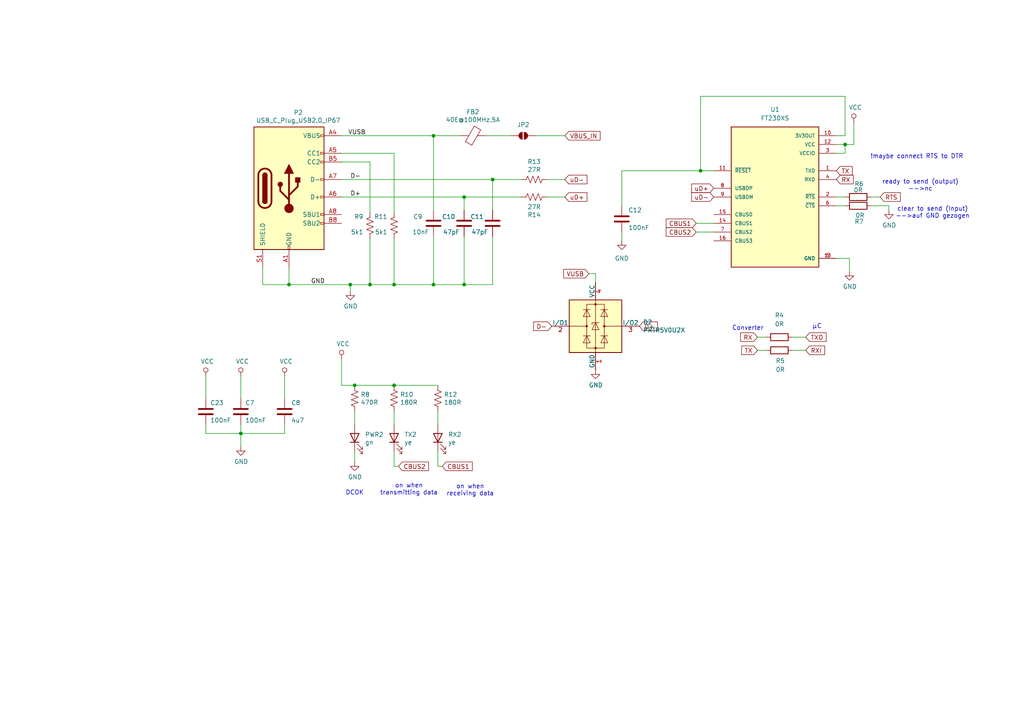
<source format=kicad_sch>
(kicad_sch (version 20250114) (generator "eeschema") (generator_version "9.0")
  (paper "A4")
  (lib_symbols
    (symbol "Device:C" (pin_numbers (hide yes)) (pin_names (offset 0.254))
      (property "Reference" "C" (at 0.635 2.54 0))
      (property "Value" "C" (at 0.635 -2.54 0))
      (symbol "C_0_1"
        (polyline (pts (xy -2.032 0.762) (xy 2.032 0.762)) (stroke (width 0.508)))
        (polyline (pts (xy -2.032 -0.762) (xy 2.032 -0.762)) (stroke (width 0.508)))
      )
      (symbol "C_1_1"
        (pin passive line (at 0 3.81 270) (length 2.794) (name "~") (number "1"))
        (pin passive line (at 0 -3.81 90) (length 2.794) (name "~") (number "2"))
      )
    )
    (symbol "Device:LED" (pin_numbers (hide yes)) (pin_names (offset 1.016) (hide yes))
      (property "Reference" "D" (at 0 2.54 0))
      (property "Value" "LED" (at 0 -2.54 0))
      (symbol "LED_0_1"
        (polyline (pts (xy -3.048 -0.762) (xy -4.572 -2.286) (xy -3.81 -2.286) (xy -4.572 -2.286) (xy -4.572 -1.524)))
        (polyline (pts (xy -1.778 -0.762) (xy -3.302 -2.286) (xy -2.54 -2.286) (xy -3.302 -2.286) (xy -3.302 -1.524)))
        (polyline (pts (xy -1.27 0) (xy 1.27 0)))
        (polyline (pts (xy -1.27 -1.27) (xy -1.27 1.27)) (stroke (width 0.254)))
        (polyline (pts (xy 1.27 -1.27) (xy 1.27 1.27) (xy -1.27 0) (xy 1.27 -1.27)) (stroke (width 0.254)))
      )
      (symbol "LED_1_1"
        (pin passive line (at -3.81 0 0) (length 2.54) (name "K") (number "1"))
        (pin passive line (at 3.81 0 180) (length 2.54) (name "A") (number "2"))
      )
    )
    (symbol "Device:R" (pin_numbers (hide yes)) (pin_names (offset 0))
      (property "Reference" "R" (at 2.032 0 90))
      (property "Value" "R" (at 0 0 90))
      (symbol "R_0_1"
        (rectangle (start -1.016 -2.54) (end 1.016 2.54) (stroke (width 0.254)))
      )
      (symbol "R_1_1"
        (pin passive line (at 0 3.81 270) (length 1.27) (name "~") (number "1"))
        (pin passive line (at 0 -3.81 90) (length 1.27) (name "~") (number "2"))
      )
    )
    (symbol "Device:R_US" (pin_numbers (hide yes)) (pin_names (offset 0))
      (property "Reference" "R" (at 2.54 0 90))
      (property "Value" "R_US" (at -2.54 0 90))
      (symbol "R_US_0_1"
        (polyline (pts (xy 0 2.286) (xy 0 2.54)))
        (polyline (pts (xy 0 2.286) (xy 1.016 1.905) (xy 0 1.524) (xy -1.016 1.143) (xy 0 0.762)))
        (polyline (pts (xy 0 0.762) (xy 1.016 0.381) (xy 0 0) (xy -1.016 -0.381) (xy 0 -0.762)))
        (polyline (pts (xy 0 -0.762) (xy 1.016 -1.143) (xy 0 -1.524) (xy -1.016 -1.905) (xy 0 -2.286)))
        (polyline (pts (xy 0 -2.286) (xy 0 -2.54)))
      )
      (symbol "R_US_1_1"
        (pin passive line (at 0 3.81 270) (length 1.27) (name "~") (number "1"))
        (pin passive line (at 0 -3.81 90) (length 1.27) (name "~") (number "2"))
      )
    )
    (symbol "FT230V2-rescue:Ferrite_Bead-Device" (pin_numbers (hide yes)) (pin_names (offset 0))
      (property "Reference" "FB" (at -3.81 0.635 90))
      (property "Value" "Device_Ferrite_Bead" (at 3.81 0 90))
      (symbol "Ferrite_Bead-Device_0_1"
        (polyline (pts (xy -2.7686 0.4064) (xy -1.7018 2.2606) (xy 2.7686 -0.3048) (xy 1.6764 -2.159) (xy -2.7686 0.4064)))
        (polyline (pts (xy 0 1.27) (xy 0 1.2954)))
        (polyline (pts (xy 0 -1.27) (xy 0 -1.2192)))
      )
      (symbol "Ferrite_Bead-Device_1_1"
        (pin passive line (at 0 3.81 270) (length 2.54) (name "~") (number "1"))
        (pin passive line (at 0 -3.81 90) (length 2.54) (name "~") (number "2"))
      )
    )
    (symbol "FT230V2-rescue:GND-power" (power) (pin_names (offset 0))
      (property "Value" "power_GND" (at 0 -3.81 0))
      (symbol "GND-power_0_1"
        (polyline (pts (xy 0 0) (xy 0 -1.27) (xy 1.27 -1.27) (xy 0 -2.54) (xy -1.27 -1.27) (xy 0 -1.27)))
      )
      (symbol "GND-power_1_1"
        (pin power_in line (at 0 0 270) (length 0) (hide yes) (name "GND") (number "1"))
      )
    )
    (symbol "FT230V2-rescue:USB_C_Plug_USB2.0-SirBoard_Library" (pin_names (offset 1.016))
      (property "Reference" "P" (at -10.16 19.05 0))
      (property "Value" "SirBoard_Library_USB_C_Plug_USB2.0" (at 12.7 19.05 0))
      (property "Description" "C165948" (at 0 0 0))
      (symbol "USB_C_Plug_USB2.0-SirBoard_Library_0_0"
        (rectangle (start -0.254 -17.78) (end 0.254 -16.764))
        (rectangle (start 10.16 15.494) (end 9.144 14.986))
        (rectangle (start 10.16 10.414) (end 9.144 9.906))
        (rectangle (start 10.16 7.874) (end 9.144 7.366))
        (rectangle (start 10.16 2.794) (end 9.144 2.286))
        (rectangle (start 10.16 -2.286) (end 9.144 -2.794))
      )
      (symbol "USB_C_Plug_USB2.0-SirBoard_Library_0_1"
        (rectangle (start -10.16 17.78) (end 10.16 -17.78) (stroke (width 0.254)) (fill (type background)))
        (polyline (pts (xy -8.89 -3.81) (xy -8.89 3.81)) (stroke (width 0.508)))
        (rectangle (start -7.62 -3.81) (end -6.35 3.81) (stroke (width 0.254)) (fill (type outline)))
        (arc (start -8.89 3.81) (mid -6.985 5.715) (end -5.08 3.81) (stroke (width 0.508)))
        (arc (start -7.62 3.81) (mid -6.985 4.445) (end -6.35 3.81) (stroke (width 0.254)))
        (arc (start -7.62 3.81) (mid -6.985 4.445) (end -6.35 3.81) (stroke (width 0.254)) (fill (type outline)))
        (arc (start -6.35 -3.81) (mid -6.985 -4.445) (end -7.62 -3.81) (stroke (width 0.254)))
        (arc (start -6.35 -3.81) (mid -6.985 -4.445) (end -7.62 -3.81) (stroke (width 0.254)) (fill (type outline)))
        (arc (start -5.08 -3.81) (mid -6.985 -5.715) (end -8.89 -3.81) (stroke (width 0.508)))
        (polyline (pts (xy -5.08 3.81) (xy -5.08 -3.81)) (stroke (width 0.508)))
        (circle (center -2.54 1.143) (radius 0.635) (stroke (width 0.254)) (fill (type outline)))
        (polyline (pts (xy -1.27 4.318) (xy 0 6.858) (xy 1.27 4.318) (xy -1.27 4.318)) (stroke (width 0.254)) (fill (type outline)))
        (polyline (pts (xy 0 -2.032) (xy 2.54 0.508) (xy 2.54 1.778)) (stroke (width 0.508)))
        (polyline (pts (xy 0 -3.302) (xy -2.54 -0.762) (xy -2.54 0.508)) (stroke (width 0.508)))
        (polyline (pts (xy 0 -5.842) (xy 0 4.318)) (stroke (width 0.508)))
        (circle (center 0 -5.842) (radius 1.27) (fill (type outline)))
        (rectangle (start 1.905 1.778) (end 3.175 3.048) (stroke (width 0.254)) (fill (type outline)))
      )
      (symbol "USB_C_Plug_USB2.0-SirBoard_Library_1_1"
        (rectangle (start 10.16 -7.366) (end 9.144 -7.874))
        (rectangle (start 10.16 -9.906) (end 9.144 -10.414))
        (pin passive line (at -7.62 -22.86 90) (length 5.08) (name "SHIELD") (number "S1"))
        (pin power_in line (at 0 -22.86 90) (length 5.08) (name "GND") (number "A1"))
        (pin power_in line (at 15.24 15.24 180) (length 5.08) (name "VBUS") (number "A4"))
        (pin bidirectional line (at 15.24 10.16 180) (length 5.08) (name "CC1") (number "A5"))
        (pin bidirectional line (at 15.24 7.62 180) (length 5.08) (name "CC2") (number "B5"))
        (pin bidirectional line (at 15.24 2.54 180) (length 5.08) (name "D-") (number "A7"))
        (pin bidirectional line (at 15.24 2.54 180) (length 5.08) (hide yes) (name "D-") (number "B7"))
        (pin bidirectional line (at 15.24 -2.54 180) (length 5.08) (name "D+") (number "A6"))
        (pin bidirectional line (at 15.24 -2.54 180) (length 5.08) (hide yes) (name "D+") (number "B6"))
        (pin bidirectional line (at 15.24 -7.62 180) (length 5.08) (name "SBU1") (number "A8"))
        (pin bidirectional line (at 15.24 -10.16 180) (length 5.08) (name "SBU2") (number "B8"))
      )
    )
    (symbol "FT230V2-rescue:VCC-power" (power) (pin_names (offset 0))
      (property "Value" "power_VCC" (at 0 3.81 0))
      (symbol "VCC-power_0_1"
        (circle (center 0 1.905) (radius 0.635))
        (polyline (pts (xy 0 0) (xy 0 1.27)))
      )
      (symbol "VCC-power_1_1"
        (pin power_in line (at 0 0 90) (length 0) (hide yes) (name "VCC") (number "1"))
      )
    )
    (symbol "FT230XS:FT230XS" (pin_names (offset 1.016))
      (property "Reference" "U" (at -12.7 21.082 0))
      (property "Value" "FT230XS" (at -12.7 -22.86 0))
      (symbol "FT230XS_0_0"
        (rectangle (start -12.7 -20.32) (end 12.7 20.32) (stroke (width 0.254)) (fill (type background)))
        (pin input line (at -17.78 7.62 0) (length 5.08) (name "~{RESET}") (number "11"))
        (pin input line (at -17.78 2.54 0) (length 5.08) (name "USBDP") (number "8"))
        (pin input line (at -17.78 0 0) (length 5.08) (name "USBDM") (number "9"))
        (pin bidirectional line (at -17.78 -5.08 0) (length 5.08) (name "CBUS0") (number "15"))
        (pin bidirectional line (at -17.78 -7.62 0) (length 5.08) (name "CBUS1") (number "14"))
        (pin bidirectional line (at -17.78 -10.16 0) (length 5.08) (name "CBUS2") (number "7"))
        (pin bidirectional line (at -17.78 -12.7 0) (length 5.08) (name "CBUS3") (number "16"))
        (pin power_in line (at 17.78 17.78 180) (length 5.08) (name "3V3OUT") (number "10"))
        (pin power_in line (at 17.78 15.24 180) (length 5.08) (name "VCC") (number "12"))
        (pin power_in line (at 17.78 12.7 180) (length 5.08) (name "VCCIO") (number "3"))
        (pin output line (at 17.78 7.62 180) (length 5.08) (name "TXD") (number "1"))
        (pin input line (at 17.78 5.08 180) (length 5.08) (name "RXD") (number "4"))
        (pin output line (at 17.78 0 180) (length 5.08) (name "~{RTS}") (number "2"))
        (pin input line (at 17.78 -2.54 180) (length 5.08) (name "~{CTS}") (number "6"))
        (pin power_in line (at 17.78 -17.78 180) (length 5.08) (name "GND") (number "13"))
        (pin power_in line (at 17.78 -17.78 180) (length 5.08) (name "GND") (number "5"))
      )
    )
    (symbol "Jumper:SolderJumper_2_Open" (pin_numbers (hide yes)) (pin_names (offset 0) (hide yes)) (exclude_from_sim yes) (in_bom no)
      (property "Reference" "JP" (at 0 2.032 0))
      (property "Value" "SolderJumper_2_Open" (at 0 -2.54 0))
      (symbol "SolderJumper_2_Open_0_1"
        (polyline (pts (xy -0.254 1.016) (xy -0.254 -1.016)))
        (arc (start -0.254 -1.016) (mid -1.2656 0) (end -0.254 1.016))
        (arc (start -0.254 -1.016) (mid -1.2656 0) (end -0.254 1.016) (fill (type outline)))
        (arc (start 0.254 1.016) (mid 1.2656 0) (end 0.254 -1.016))
        (arc (start 0.254 1.016) (mid 1.2656 0) (end 0.254 -1.016) (fill (type outline)))
        (polyline (pts (xy 0.254 1.016) (xy 0.254 -1.016)))
      )
      (symbol "SolderJumper_2_Open_1_1"
        (pin passive line (at -3.81 0 0) (length 2.54) (name "A") (number "1"))
        (pin passive line (at 3.81 0 180) (length 2.54) (name "B") (number "2"))
      )
    )
    (symbol "Power_Protection:PRTR5V0U2X" (pin_names (offset 0))
      (property "Reference" "D" (at 2.794 8.636 0))
      (property "Value" "PRTR5V0U2X" (at 8.128 -9.398 0))
      (symbol "PRTR5V0U2X_0_1"
        (rectangle (start -7.62 -7.62) (end 7.62 7.62) (stroke (width 0.254)) (fill (type background)))
        (polyline (pts (xy -3.556 2.794) (xy -1.524 2.794) (xy -2.54 4.826) (xy -3.556 2.794)))
        (polyline (pts (xy -3.556 -4.826) (xy -1.524 -4.826) (xy -2.54 -2.794) (xy -3.556 -4.826)))
        (rectangle (start -2.54 6.35) (end 2.54 -6.35))
        (circle (center -2.54 0) (radius 0.254) (fill (type outline)))
        (polyline (pts (xy -2.54 0) (xy -7.62 0)))
        (polyline (pts (xy -1.524 4.826) (xy -3.556 4.826)))
        (polyline (pts (xy -1.524 -2.794) (xy -3.556 -2.794)))
        (polyline (pts (xy -1.016 -1.016) (xy 1.016 -1.016) (xy 0 1.016) (xy -1.016 -1.016)))
        (circle (center 0 6.35) (radius 0.254) (fill (type outline)))
        (circle (center 0 -6.35) (radius 0.254) (fill (type outline)))
        (polyline (pts (xy 0 -7.62) (xy 0 7.62)))
        (polyline (pts (xy 1.016 1.016) (xy -1.016 1.016) (xy -1.016 0.508)))
        (polyline (pts (xy 1.524 4.826) (xy 3.556 4.826)))
        (polyline (pts (xy 1.524 -2.794) (xy 3.556 -2.794)))
        (polyline (pts (xy 2.54 0) (xy 7.62 0)))
        (circle (center 2.54 0) (radius 0.254) (fill (type outline)))
        (polyline (pts (xy 3.556 2.794) (xy 1.524 2.794) (xy 2.54 4.826) (xy 3.556 2.794)))
        (polyline (pts (xy 3.556 -4.826) (xy 1.524 -4.826) (xy 2.54 -2.794) (xy 3.556 -4.826)))
      )
      (symbol "PRTR5V0U2X_1_1"
        (pin passive line (at -12.7 0 0) (length 5.08) (name "I/O1") (number "2"))
        (pin passive line (at 0 12.7 270) (length 5.08) (name "VCC") (number "4"))
        (pin passive line (at 0 -12.7 90) (length 5.08) (name "GND") (number "1"))
        (pin passive line (at 12.7 0 180) (length 5.08) (name "I/O2") (number "3"))
      )
    )
    (symbol "power:GND" (power) (pin_numbers (hide yes)) (pin_names (offset 0) (hide yes))
      (property "Value" "GND" (at 0 -3.81 0))
      (symbol "GND_0_1"
        (polyline (pts (xy 0 0) (xy 0 -1.27) (xy 1.27 -1.27) (xy 0 -2.54) (xy -1.27 -1.27) (xy 0 -1.27)))
      )
      (symbol "GND_1_1"
        (pin power_in line (at 0 0 270) (length 0) (name "~") (number "1"))
      )
    )
  )
  (text "µC\n" (at 236.982 94.742 0) (effects (font (size 1.27 1.27))))
  (text "on when\nreceiving data\n\n" (at 136.398 143.256 0) (effects (font (size 1.27 1.27))))
  (text "DCOK" (at 102.87 143.002 0) (effects (font (size 1.27 1.27))))
  (text "ready to send (output)\n-->nc\n\n" (at 266.954 54.864 0) (effects (font (size 1.27 1.27))))
  (text "on when\ntransmitting data\n\n" (at 118.618 143.002 0) (effects (font (size 1.27 1.27))))
  (text "Converter" (at 216.916 95.25 0) (effects (font (size 1.27 1.27))))
  (text "clear to send (Input)\n-->auf GND gezogen" (at 270.51 61.722 0) (effects (font (size 1.27 1.27))))
  (text "!maybe connect RTS to DTR" (at 265.938 45.466 0) (effects (font (size 1.27 1.27))))
  (junction (at 125.73 82.55))
  (junction (at 69.85 125.73))
  (junction (at 114.3 111.76))
  (junction (at 114.3 82.55))
  (junction (at 107.315 82.55))
  (junction (at 134.62 57.15))
  (junction (at 134.62 82.55))
  (junction (at 83.82 82.55))
  (junction (at 101.6 82.55))
  (junction (at 203.2 49.53))
  (junction (at 102.87 111.76))
  (junction (at 142.875 52.07))
  (junction (at 125.73 39.37))
  (junction (at 245.11 41.91))
  (no_connect (at 102.87 -34.29))
  (no_connect (at 90.17 -29.21))
  (wire (pts (xy 201.93 64.77) (xy 207.01 64.77)))
  (wire (pts (xy 134.62 68.58) (xy 134.62 82.55)))
  (wire (pts (xy 134.62 57.15) (xy 134.62 60.96)))
  (wire (pts (xy 99.06 39.37) (xy 125.73 39.37)))
  (wire (pts (xy 180.34 49.53) (xy 180.34 59.69)))
  (wire (pts (xy 207.01 49.53) (xy 203.2 49.53)))
  (wire (pts (xy 69.85 125.73) (xy 69.85 129.54)))
  (wire (pts (xy 99.06 52.07) (xy 142.875 52.07)))
  (wire (pts (xy 142.875 52.07) (xy 142.875 60.96)))
  (wire (pts (xy 125.73 68.58) (xy 125.73 82.55)))
  (wire (pts (xy 242.57 74.93) (xy 246.38 74.93)))
  (wire (pts (xy 245.11 41.91) (xy 245.11 44.45)))
  (wire (pts (xy 242.57 39.37) (xy 245.11 39.37)))
  (wire (pts (xy 59.69 123.19) (xy 59.69 125.73)))
  (wire (pts (xy 59.69 125.73) (xy 69.85 125.73)))
  (wire (pts (xy 242.57 59.69) (xy 245.11 59.69)))
  (wire (pts (xy 242.57 57.15) (xy 245.11 57.15)))
  (wire (pts (xy 83.82 77.47) (xy 83.82 82.55)))
  (wire (pts (xy 114.3 82.55) (xy 125.73 82.55)))
  (wire (pts (xy 242.57 41.91) (xy 245.11 41.91)))
  (wire (pts (xy 151.13 52.07) (xy 142.875 52.07)))
  (wire (pts (xy 114.3 119.38) (xy 114.3 123.19)))
  (wire (pts (xy 247.65 35.56) (xy 247.65 41.91)))
  (wire (pts (xy 69.85 109.22) (xy 69.85 115.57)))
  (wire (pts (xy 99.06 111.76) (xy 102.87 111.76)))
  (wire (pts (xy 102.87 111.76) (xy 114.3 111.76)))
  (wire (pts (xy 82.55 109.22) (xy 82.55 115.57)))
  (wire (pts (xy 125.73 82.55) (xy 134.62 82.55)))
  (wire (pts (xy 180.34 67.31) (xy 180.34 69.85)))
  (wire (pts (xy 180.34 49.53) (xy 203.2 49.53)))
  (wire (pts (xy 219.71 97.79) (xy 222.25 97.79)))
  (wire (pts (xy 102.87 119.38) (xy 102.87 123.19)))
  (wire (pts (xy 245.11 41.91) (xy 247.65 41.91)))
  (wire (pts (xy 102.87 130.81) (xy 102.87 133.985)))
  (wire (pts (xy 69.85 125.73) (xy 82.55 125.73)))
  (wire (pts (xy 114.3 135.255) (xy 115.57 135.255)))
  (wire (pts (xy 252.73 59.69) (xy 257.81 59.69)))
  (wire (pts (xy 76.2 82.55) (xy 83.82 82.55)))
  (wire (pts (xy 158.75 52.07) (xy 163.83 52.07)))
  (wire (pts (xy 69.85 123.19) (xy 69.85 125.73)))
  (wire (pts (xy 163.83 57.15) (xy 158.75 57.15)))
  (wire (pts (xy 99.06 44.45) (xy 114.3 44.45)))
  (wire (pts (xy 127 130.81) (xy 127 135.255)))
  (wire (pts (xy 107.315 82.55) (xy 114.3 82.55)))
  (wire (pts (xy 101.6 84.455) (xy 101.6 82.55)))
  (wire (pts (xy 127 135.255) (xy 128.27 135.255)))
  (wire (pts (xy 101.6 82.55) (xy 107.315 82.55)))
  (wire (pts (xy 59.69 109.22) (xy 59.69 115.57)))
  (wire (pts (xy 257.81 60.96) (xy 257.81 59.69)))
  (wire (pts (xy 163.83 39.37) (xy 155.575 39.37)))
  (wire (pts (xy 252.73 57.15) (xy 255.27 57.15)))
  (wire (pts (xy 203.2 27.94) (xy 245.11 27.94)))
  (wire (pts (xy 229.87 101.6) (xy 233.68 101.6)))
  (wire (pts (xy 242.57 44.45) (xy 245.11 44.45)))
  (wire (pts (xy 245.11 27.94) (xy 245.11 39.37)))
  (wire (pts (xy 114.3 111.76) (xy 127 111.76)))
  (wire (pts (xy 172.72 79.375) (xy 172.72 81.915)))
  (wire (pts (xy 99.06 46.99) (xy 107.315 46.99)))
  (wire (pts (xy 133.35 39.37) (xy 125.73 39.37)))
  (wire (pts (xy 83.82 82.55) (xy 101.6 82.55)))
  (wire (pts (xy 201.93 67.31) (xy 207.01 67.31)))
  (wire (pts (xy 246.38 78.74) (xy 246.38 74.93)))
  (wire (pts (xy 125.73 60.96) (xy 125.73 39.37)))
  (wire (pts (xy 170.815 79.375) (xy 172.72 79.375)))
  (wire (pts (xy 229.87 97.79) (xy 233.68 97.79)))
  (wire (pts (xy 107.315 46.99) (xy 107.315 61.595)))
  (wire (pts (xy 114.3 44.45) (xy 114.3 61.595)))
  (wire (pts (xy 82.55 123.19) (xy 82.55 125.73)))
  (wire (pts (xy 99.06 57.15) (xy 134.62 57.15)))
  (wire (pts (xy 151.13 57.15) (xy 134.62 57.15)))
  (wire (pts (xy 99.06 104.14) (xy 99.06 111.76)))
  (wire (pts (xy 76.2 77.47) (xy 76.2 82.55)))
  (wire (pts (xy 219.71 101.6) (xy 222.25 101.6)))
  (wire (pts (xy 134.62 82.55) (xy 142.875 82.55)))
  (wire (pts (xy 127 119.38) (xy 127 123.19)))
  (wire (pts (xy 203.2 27.94) (xy 203.2 49.53)))
  (wire (pts (xy 114.3 69.215) (xy 114.3 82.55)))
  (wire (pts (xy 114.3 130.81) (xy 114.3 135.255)))
  (wire (pts (xy 142.875 82.55) (xy 142.875 68.58)))
  (wire (pts (xy 140.97 39.37) (xy 147.955 39.37)))
  (wire (pts (xy 107.315 69.215) (xy 107.315 82.55)))
  (label "D-" (at 101.6 52.07 0))
  (label "D+" (at 101.6 57.15 0))
  (label "VUSB" (at 100.965 39.37 0))
  (label "GND" (at 90.17 82.55 0))
  (global_label "CBUS1" (shape input) (at 201.93 64.77 180) (property "Intersheetrefs" "${INTERSHEET_REFS}" (effects (hide yes))))
  (global_label "uD-" (shape input) (at 207.01 57.15 180) (property "Intersheetrefs" "${INTERSHEET_REFS}" (effects (hide yes))))
  (global_label "RXI" (shape input) (at 233.68 101.6 0) (property "Intersheetrefs" "${INTERSHEET_REFS}" (effects (hide yes))))
  (global_label "CBUS2" (shape input) (at 115.57 135.255 0) (property "Intersheetrefs" "${INTERSHEET_REFS}" (effects (hide yes))))
  (global_label "D+" (shape input) (at 185.42 94.615 0) (property "Intersheetrefs" "${INTERSHEET_REFS}" (effects (hide yes))))
  (global_label "TXO" (shape input) (at 233.68 97.79 0) (property "Intersheetrefs" "${INTERSHEET_REFS}" (effects (hide yes))))
  (global_label "RX" (shape input) (at 219.71 97.79 180) (property "Intersheetrefs" "${INTERSHEET_REFS}" (effects (hide yes))))
  (global_label "CBUS2" (shape input) (at 201.93 67.31 180) (property "Intersheetrefs" "${INTERSHEET_REFS}" (effects (hide yes))))
  (global_label "uD+" (shape input) (at 207.01 54.61 180) (property "Intersheetrefs" "${INTERSHEET_REFS}" (effects (hide yes))))
  (global_label "D-" (shape input) (at 160.02 94.615 180) (property "Intersheetrefs" "${INTERSHEET_REFS}" (effects (hide yes))))
  (global_label "RTS" (shape input) (at 255.27 57.15 0) (property "Intersheetrefs" "${INTERSHEET_REFS}" (effects (hide yes))))
  (global_label "VUSB" (shape input) (at 170.815 79.375 180) (property "Intersheetrefs" "${INTERSHEET_REFS}" (effects (hide yes))))
  (global_label "TX" (shape input) (at 242.57 49.53 0) (property "Intersheetrefs" "${INTERSHEET_REFS}" (effects (hide yes))))
  (global_label "TX" (shape input) (at 219.71 101.6 180) (property "Intersheetrefs" "${INTERSHEET_REFS}" (effects (hide yes))))
  (global_label "CBUS1" (shape input) (at 128.27 135.255 0) (property "Intersheetrefs" "${INTERSHEET_REFS}" (effects (hide yes))))
  (global_label "RX" (shape input) (at 242.57 52.07 0) (property "Intersheetrefs" "${INTERSHEET_REFS}" (effects (hide yes))))
  (global_label "uD-" (shape input) (at 163.83 52.07 0) (property "Intersheetrefs" "${INTERSHEET_REFS}" (effects (hide yes))))
  (global_label "uD+" (shape input) (at 163.83 57.15 0) (property "Intersheetrefs" "${INTERSHEET_REFS}" (effects (hide yes))))
  (global_label "VBUS_IN" (shape input) (at 163.83 39.37 0) (property "Intersheetrefs" "${INTERSHEET_REFS}" (effects (hide yes))))
  (symbol (lib_id "Device:C") (at 180.34 63.5 0) (unit 1)
    (property "Reference" "C12" (at 182.245 60.96 0) (effects (justify left)))
    (property "Value" "100nF" (at 182.245 66.04 0) (effects (justify left)))
    (property "Footprint" "Capacitor_SMD:C_0603_1608Metric" (effects (hide yes)))
    (property "Part" "C42998" (effects (hide yes)))
  )
  (symbol (lib_id "FT230V2-rescue:GND-power") (at 246.38 78.74 0) (unit 1)
    (property "Reference" "#PWR0113" (effects (hide yes)))
    (property "Value" "GND" (at 246.4816 83.1088 0))
  )
  (symbol (lib_id "Device:LED") (at 102.87 127 90) (unit 1)
    (property "Reference" "PWR2" (at 105.8418 126.0348 90) (effects (justify right)))
    (property "Value" "gn" (at 105.8418 128.3208 90) (effects (justify right)))
    (property "Footprint" "LED_SMD:LED_0603_1608Metric" (effects (hide yes)))
    (property "LCSC PN" "C19171301" (effects (hide yes)))
  )
  (symbol (lib_id "Device:R_US") (at 114.3 115.57 0) (unit 1)
    (property "Reference" "R10" (at 116.0272 114.427 0) (effects (justify left)))
    (property "Value" "180R" (at 116.0272 116.713 0) (effects (justify left)))
    (property "Footprint" "Resistor_SMD:R_0603_1608Metric" (effects (hide yes)))
    (property "Part" "C25585" (effects (hide yes)))
  )
  (symbol (lib_id "Device:LED") (at 114.3 127 90) (unit 1)
    (property "Reference" "TX2" (at 117.2718 126.0348 90) (effects (justify right)))
    (property "Value" "ye" (at 117.2718 128.3208 90) (effects (justify right)))
    (property "Footprint" "LED_SMD:LED_0603_1608Metric" (effects (hide yes)))
    (property "LCSC PN" "C965802" (effects (hide yes)))
  )
  (symbol (lib_id "Device:R_US") (at 154.94 52.07 90) (unit 1)
    (property "Reference" "R13" (at 154.94 46.9138 90))
    (property "Value" "27R" (at 154.94 49.1998 90))
    (property "Footprint" "Resistor_SMD:R_0603_1608Metric" (effects (hide yes)))
    (property "Part" "C325726" (effects (hide yes)))
  )
  (symbol (lib_id "Device:R_US") (at 154.94 57.15 270) (unit 1)
    (property "Reference" "R14" (at 154.94 62.3062 90))
    (property "Value" "27R" (at 154.94 60.0202 90))
    (property "Footprint" "Resistor_SMD:R_0603_1608Metric" (effects (hide yes)))
    (property "Part" "C325726" (effects (hide yes)))
  )
  (symbol (lib_id "Device:C") (at 142.875 64.77 0) (mirror y) (unit 1)
    (property "Reference" "C11" (at 140.335 62.865 0) (effects (justify left)))
    (property "Value" "47pF" (at 141.605 67.31 0) (effects (justify left)))
    (property "Footprint" "Capacitor_SMD:C_0603_1608Metric" (effects (hide yes)))
    (property "Part" "C105622" (effects (hide yes)))
  )
  (symbol (lib_id "Device:C") (at 134.62 64.77 0) (mirror y) (unit 1)
    (property "Reference" "C10" (at 132.08 62.865 0) (effects (justify left)))
    (property "Value" "47pF" (at 133.35 67.31 0) (effects (justify left)))
    (property "Footprint" "Capacitor_SMD:C_0603_1608Metric" (effects (hide yes)))
    (property "Part" "C105622" (effects (hide yes)))
  )
  (symbol (lib_id "Device:C") (at 69.85 119.38 0) (mirror y) (unit 1)
    (property "Reference" "C7" (at 71.12 116.84 0) (effects (justify right)))
    (property "Value" "100nF" (at 71.12 121.92 0) (effects (justify right)))
    (property "Footprint" "Capacitor_SMD:C_0603_1608Metric" (effects (hide yes)))
    (property "Part" "C42998" (effects (hide yes)))
  )
  (symbol (lib_id "Device:C") (at 125.73 64.77 0) (unit 1)
    (property "Reference" "C9" (at 122.555 62.865 0) (effects (justify right)))
    (property "Value" "10nF" (at 124.46 67.31 0) (effects (justify right)))
    (property "Footprint" "Capacitor_SMD:C_0603_1608Metric" (effects (hide yes)))
    (property "Part" "C100042" (effects (hide yes)))
  )
  (symbol (lib_id "FT230V2-rescue:Ferrite_Bead-Device") (at 137.16 39.37 270) (unit 1)
    (property "Reference" "FB2" (at 137.16 32.4612 90))
    (property "Value" "40E@100MHz,5A" (at 137.16 34.7472 90))
    (property "Footprint" "Inductor_SMD:L_0805_2012Metric" (effects (hide yes)))
    (property "LCSC PN" "C369522" (effects (hide yes)))
  )
  (symbol (lib_id "Jumper:SolderJumper_2_Open") (at 151.765 39.37 0) (unit 1)
    (property "Reference" "JP2" (at 151.765 36.195 0))
    (property "Value" "SolderJumper_2_Open" (effects (hide yes)))
    (property "Footprint" "Jumper:SolderJumper-2_P1.3mm_Bridged_RoundedPad1.0x1.5mm" (effects (hide yes)))
  )
  (symbol (lib_id "FT230V2-rescue:USB_C_Plug_USB2.0-SirBoard_Library") (at 83.82 54.61 0) (unit 1)
    (property "Reference" "P2" (at 86.5124 32.639 0))
    (property "Value" "USB_C_Plug_USB2.0_IP67" (at 86.5124 34.925 0))
    (property "Footprint" "footprints:GCT_USB4730-GF-A_REVA" (effects (hide yes)))
    (property "Datasheet" "https://www.usb.org/sites/default/files/documents/usb_type-c.zip" (effects (hide yes)))
    (property "Description" "DigiKey: USB4730-GF-A" (effects (hide yes)))
    (property "Part" "USB4730-GF-A" (effects (hide yes)))
  )
  (symbol (lib_id "FT230V2-rescue:GND-power") (at 101.6 84.455 0) (unit 1)
    (property "Reference" "#PWR0103" (effects (hide yes)))
    (property "Value" "GND" (at 101.7016 88.8238 0))
  )
  (symbol (lib_id "Device:C") (at 82.55 119.38 0) (unit 1)
    (property "Reference" "C8" (at 84.455 116.84 0) (effects (justify left)))
    (property "Value" "4u7" (at 84.455 121.92 0) (effects (justify left)))
    (property "Footprint" "Capacitor_SMD:C_0805_2012Metric" (effects (hide yes)))
    (property "Part" "C87998" (effects (hide yes)))
  )
  (symbol (lib_id "Device:R_US") (at 127 115.57 0) (unit 1)
    (property "Reference" "R12" (at 128.7272 114.427 0) (effects (justify left)))
    (property "Value" "180R" (at 128.7272 116.713 0) (effects (justify left)))
    (property "Footprint" "Resistor_SMD:R_0603_1608Metric" (effects (hide yes)))
    (property "Part" "C25585" (effects (hide yes)))
  )
  (symbol (lib_id "Device:LED") (at 127 127 90) (unit 1)
    (property "Reference" "RX2" (at 129.9718 126.0348 90) (effects (justify right)))
    (property "Value" "ye" (at 129.9718 128.3208 90) (effects (justify right)))
    (property "Footprint" "LED_SMD:LED_0603_1608Metric" (effects (hide yes)))
    (property "LCSC PN" "C965802" (effects (hide yes)))
  )
  (symbol (lib_id "FT230V2-rescue:GND-power") (at 102.87 133.985 0) (unit 1)
    (property "Reference" "#PWR0110" (effects (hide yes)))
    (property "Value" "GND" (at 102.9716 138.3538 0))
  )
  (symbol (lib_id "FT230V2-rescue:VCC-power") (at 247.65 35.56 0) (unit 1)
    (property "Reference" "#PWR0112" (effects (hide yes)))
    (property "Value" "VCC" (at 248.0818 31.1658 0))
  )
  (symbol (lib_id "Device:R_US") (at 102.87 115.57 0) (unit 1)
    (property "Reference" "R8" (at 104.5972 114.427 0) (effects (justify left)))
    (property "Value" "470R" (at 104.5972 116.713 0) (effects (justify left)))
    (property "Footprint" "Resistor_SMD:R_0603_1608Metric" (effects (hide yes)))
    (property "LCSC" "C19171301" (effects (hide yes)))
  )
  (symbol (lib_id "Device:R_US") (at 107.315 65.405 0) (mirror y) (unit 1)
    (property "Reference" "R9" (at 105.41 62.865 0) (effects (justify left)))
    (property "Value" "5k1" (at 105.41 67.31 0) (effects (justify left)))
    (property "Footprint" "Resistor_SMD:R_0603_1608Metric" (effects (hide yes)))
    (property "Part" "C332117" (effects (hide yes)))
  )
  (symbol (lib_id "Device:R_US") (at 114.3 65.405 0) (mirror y) (unit 1)
    (property "Reference" "R11" (at 112.395 62.865 0) (effects (justify left)))
    (property "Value" "5k1" (at 112.395 67.31 0) (effects (justify left)))
    (property "Footprint" "Resistor_SMD:R_0603_1608Metric" (effects (hide yes)))
    (property "Part" "C332117" (effects (hide yes)))
  )
  (symbol (lib_id "Power_Protection:PRTR5V0U2X") (at 172.72 94.615 0) (unit 1)
    (property "Reference" "D2" (at 186.5122 93.472 0) (effects (justify left)))
    (property "Value" "PRTR5V0U2X" (at 186.5122 95.758 0) (effects (justify left)))
    (property "Footprint" "Package_TO_SOT_SMD:SOT-143" (effects (hide yes)))
    (property "Datasheet" "https://assets.nexperia.com/documents/data-sheet/PRTR5V0U2X.pdf" (effects (hide yes)))
    (property "LCSC PN" " C12333" (effects (hide yes)))
  )
  (symbol (lib_id "FT230V2-rescue:GND-power") (at 172.72 107.315 0) (unit 1)
    (property "Reference" "#PWR0111" (effects (hide yes)))
    (property "Value" "GND" (at 172.8216 111.6838 0))
  )
  (symbol (lib_id "power:GND") (at 180.34 69.85 0) (unit 1)
    (property "Reference" "#PWR01" (effects (hide yes)))
    (property "Value" "GND" (at 180.34 74.93 0))
    (property "Description" "Power symbol creates a global label with name \"GND\" , ground" (effects (hide yes)))
  )
  (symbol (lib_id "FT230V2-rescue:VCC-power") (at 59.69 109.22 0) (unit 1)
    (property "Reference" "#PWR0119" (effects (hide yes)))
    (property "Value" "VCC" (at 60.1218 104.8258 0))
  )
  (symbol (lib_id "Device:R") (at 248.92 57.15 90) (unit 1)
    (property "Reference" "R6" (at 249.174 53.34 90))
    (property "Value" "0R" (at 248.92 55.118 90))
    (property "Footprint" "Resistor_SMD:R_0603_1608Metric" (effects (hide yes)))
    (property "Description" "Resistor" (effects (hide yes)))
  )
  (symbol (lib_id "FT230V2-rescue:GND-power") (at 69.85 129.54 0) (unit 1)
    (property "Reference" "#PWR0120" (effects (hide yes)))
    (property "Value" "GND" (at 69.9516 133.9088 0))
  )
  (symbol (lib_id "Device:R") (at 226.06 101.6 270) (unit 1)
    (property "Reference" "R5" (at 226.314 104.648 90))
    (property "Value" "0R" (at 226.314 107.188 90))
    (property "Footprint" "Resistor_SMD:R_0603_1608Metric" (effects (hide yes)))
    (property "Description" "Resistor" (effects (hide yes)))
  )
  (symbol (lib_id "FT230V2-rescue:VCC-power") (at 99.06 104.14 0) (unit 1)
    (property "Reference" "#PWR0117" (effects (hide yes)))
    (property "Value" "VCC" (at 99.4918 99.7458 0))
  )
  (symbol (lib_id "Device:R") (at 226.06 97.79 90) (unit 1)
    (property "Reference" "R4" (at 226.06 91.44 90))
    (property "Value" "0R" (at 226.06 93.98 90))
    (property "Footprint" "Resistor_SMD:R_0603_1608Metric" (effects (hide yes)))
    (property "Description" "Resistor" (effects (hide yes)))
  )
  (symbol (lib_id "FT230V2-rescue:GND-power") (at 257.81 60.96 0) (unit 1)
    (property "Reference" "#PWR0118" (effects (hide yes)))
    (property "Value" "GND" (at 257.9116 65.3288 0))
  )
  (symbol (lib_id "FT230V2-rescue:VCC-power") (at 69.85 109.22 0) (unit 1)
    (property "Reference" "#PWR0115" (effects (hide yes)))
    (property "Value" "VCC" (at 70.2818 104.8258 0))
  )
  (symbol (lib_id "Device:C") (at 59.69 119.38 0) (mirror y) (unit 1)
    (property "Reference" "C23" (at 60.96 116.84 0) (effects (justify right)))
    (property "Value" "100nF" (at 60.96 121.92 0) (effects (justify right)))
    (property "Footprint" "Capacitor_SMD:C_0603_1608Metric" (effects (hide yes)))
    (property "Part" "C42998" (effects (hide yes)))
  )
  (symbol (lib_id "FT230V2-rescue:VCC-power") (at 82.55 109.22 0) (unit 1)
    (property "Reference" "#PWR0116" (effects (hide yes)))
    (property "Value" "VCC" (at 82.9818 104.8258 0))
  )
  (symbol (lib_id "Device:R") (at 248.92 59.69 90) (unit 1)
    (property "Reference" "R7" (at 249.174 64.262 90))
    (property "Value" "0R" (at 249.428 62.484 90))
    (property "Footprint" "Resistor_SMD:R_0603_1608Metric" (effects (hide yes)))
    (property "Description" "Resistor" (effects (hide yes)))
  )
  (symbol (lib_id "FT230XS:FT230XS") (at 224.79 57.15 0) (unit 1)
    (property "Reference" "U1" (at 224.79 31.75 0))
    (property "Value" "FT230XS" (at 224.79 34.29 0))
    (property "Footprint" "Package_SO:SSOP-16_3.9x4.9mm_P0.635mm" (effects (hide yes)))
    (property "MF" "FTDI, Future Technology Devices International Ltd" (effects (hide yes)))
    (property "MAXIMUM_PACKAGE_HEIGHT" "1.75mm" (effects (hide yes)))
    (property "Package" "SSOP-16 FTDI" (effects (hide yes)))
    (property "Price" "None" (effects (hide yes)))
    (property "Check_prices" "https://www.snapeda.com/parts/FT230XS/FTDI/view-part/?ref=eda" (effects (hide yes)))
    (property "STANDARD" "IPC 7351B" (effects (hide yes)))
    (property "PARTREV" "1.5" (effects (hide yes)))
    (property "SnapEDA_Link" "https://www.snapeda.com/parts/FT230XS/FTDI/view-part/?ref=snap" (effects (hide yes)))
    (property "MP" "FT230XS" (effects (hide yes)))
    (property "Description_1" "USB Bridge, USB to UART USB 2.0 UART Interface 16-SSOP" (effects (hide yes)))
    (property "Availability" "In Stock" (effects (hide yes)))
    (property "MANUFACTURER" "FTDI" (effects (hide yes)))
    (property "LCSC PN" "C69082" (effects (hide yes)))
    (property "Part" "FT230XS-R" (effects (hide yes)))
  )
)
</source>
